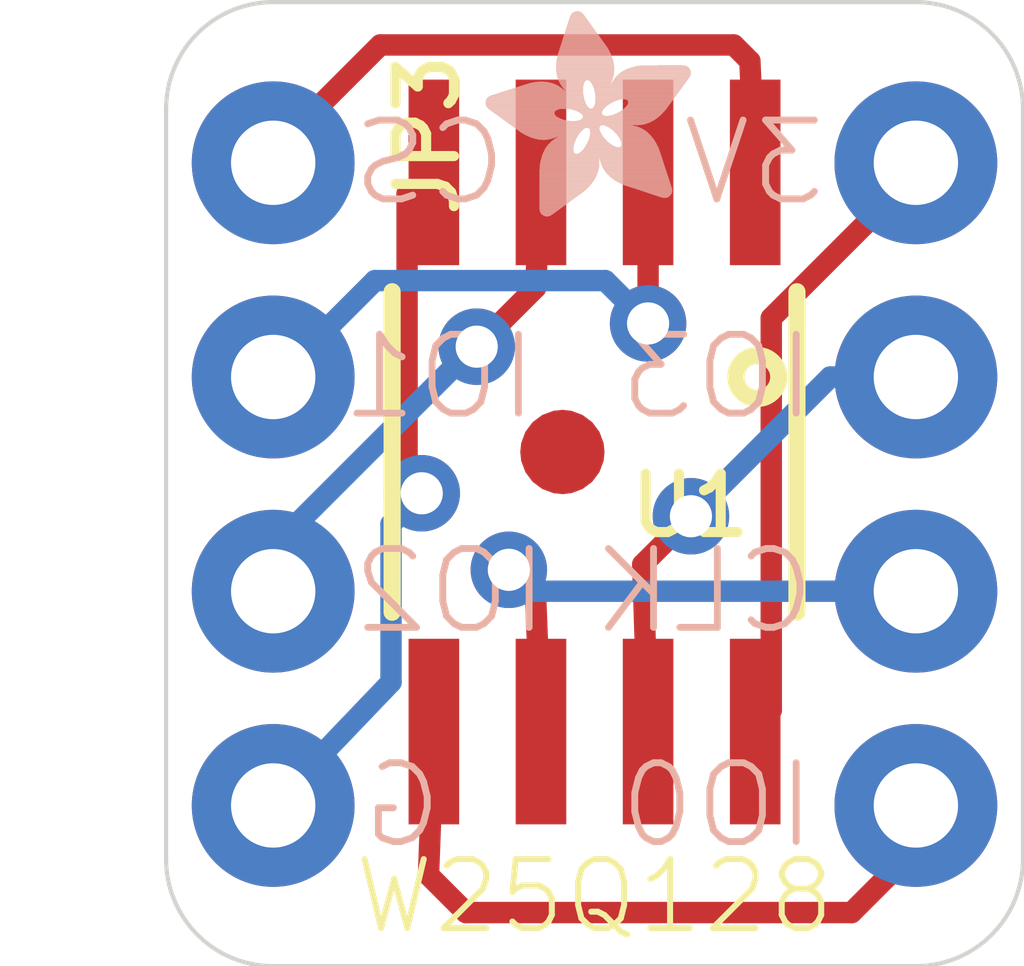
<source format=kicad_pcb>
(kicad_pcb (version 20221018) (generator pcbnew)
  (layers (0 "F.Cu" signal) (31 "B.Cu" signal) (34 "B.Paste" user) (35 "F.Paste" user) (36 "B.SilkS" user "B.Silkscreen") (37 "F.SilkS" user "F.Silkscreen") (38 "B.Mask" user) (39 "F.Mask" user) (44 "Edge.Cuts" user))
  (net 0 "")
  (net 1 "SS")
  (net 2 "MISO")
  (net 3 "IO2")
  (net 4 "GND")
  (net 5 "SCK")
  (net 6 "MOSI")
  (net 7 "IO3")
  (net 8 "3.3V")
  (footprint "working:1X04_ROUND_76" (layer "F.Cu") (at 144.6911 105.0036 -90)
    (fp_text reference "JP3" (at -5.1562 -1.8288 90) (layer "F.SilkS") (effects (font (size 0.692831 0.692831) (thickness 0.119969)) (justify right)))
    (fp_text value "")
    (pad "1" thru_hole circle (at -3.81 0) (size 1.9304 1.9304) (drill 1) (layers "*.Cu" "*.Mask") (net 1 "SS"))
    (pad "2" thru_hole circle (at -1.27 0) (size 1.9304 1.9304) (drill 1) (layers "*.Cu" "*.Mask") (net 2 "MISO"))
    (pad "3" thru_hole circle (at 1.27 0) (size 1.9304 1.9304) (drill 1) (layers "*.Cu" "*.Mask") (net 3 "IO2"))
    (pad "4" thru_hole circle (at 3.81 0) (size 1.9304 1.9304) (drill 1) (layers "*.Cu" "*.Mask") (net 4 "GND"))
  )
  (footprint "working:FIDUCIAL_1MM" (layer "F.Cu") (at 148.1201 104.6226)
    (fp_text reference "FID1" hide)
    (fp_text value "FIDUCIAL_1MM" hide)
    (pad "1" smd roundrect (at 0 0) (size 1 1) (layers "F.Cu" "F.Mask") (roundrect_rratio 0.5))
  )
  (footprint "working:SOIC8_208MIL" (layer "F.Cu") (at 148.5011 104.6226 180)
    (fp_text reference "U1" (at -1.905 -0.635) (layer "F.SilkS") (effects (font (size 0.692831 0.692831) (thickness 0.119969)) (justify right)))
    (fp_text value "GENERIC QSPI")
    (pad "1" smd rect (at -1.905 3.315 180) (size 0.6 2.2) (layers "F.Cu" "F.Paste" "F.Mask") (net 1 "SS"))
    (pad "2" smd rect (at -0.635 3.315 180) (size 0.6 2.2) (layers "F.Cu" "F.Paste" "F.Mask") (net 2 "MISO"))
    (pad "3" smd rect (at 0.635 3.315 180) (size 0.6 2.2) (layers "F.Cu" "F.Paste" "F.Mask") (net 3 "IO2"))
    (pad "4" smd rect (at 1.905 3.315 180) (size 0.6 2.2) (layers "F.Cu" "F.Paste" "F.Mask") (net 4 "GND"))
    (pad "5" smd rect (at 1.905 -3.315 180) (size 0.6 2.2) (layers "F.Cu" "F.Paste" "F.Mask") (net 6 "MOSI"))
    (pad "6" smd rect (at 0.635 -3.315 180) (size 0.6 2.2) (layers "F.Cu" "F.Paste" "F.Mask") (net 5 "SCK"))
    (pad "7" smd rect (at -0.635 -3.315 180) (size 0.6 2.2) (layers "F.Cu" "F.Paste" "F.Mask") (net 7 "IO3"))
    (pad "8" smd rect (at -1.905 -3.315 180) (size 0.6 2.2) (layers "F.Cu" "F.Paste" "F.Mask") (net 8 "3.3V"))
  )
  (footprint "working:1X04_ROUND_76" (layer "F.Cu") (at 152.3111 105.0036 -90)
    (fp_text reference "JP2" hide)
    (fp_text value "" hide)
    (pad "1" thru_hole circle (at -3.81 0) (size 1.9304 1.9304) (drill 1) (layers "*.Cu" "*.Mask") (net 8 "3.3V"))
    (pad "2" thru_hole circle (at -1.27 0) (size 1.9304 1.9304) (drill 1) (layers "*.Cu" "*.Mask") (net 7 "IO3"))
    (pad "3" thru_hole circle (at 1.27 0) (size 1.9304 1.9304) (drill 1) (layers "*.Cu" "*.Mask") (net 5 "SCK"))
    (pad "4" thru_hole circle (at 3.81 0) (size 1.9304 1.9304) (drill 1) (layers "*.Cu" "*.Mask") (net 6 "MOSI"))
  )
  (footprint "working:ADAFRUIT_2.5MM" (layer "B.Cu") (at 149.6441 101.8286 180)
    (fp_text reference "U$4" hide)
    (fp_text value "" hide)
  )
  (gr_line (start 144.6911 99.2886) (end 152.3111 99.2886) (stroke (width 0.05)) (layer "Edge.Cuts"))
  (gr_line (start 143.4211 109.4486) (end 143.4211 100.5586) (stroke (width 0.05)) (layer "Edge.Cuts"))
  (gr_line (start 152.3111 110.7186) (end 144.6911 110.7186) (stroke (width 0.05)) (layer "Edge.Cuts"))
  (gr_arc (start 152.3111 99.2886) (mid 153.209126 99.660574) (end 153.5811 100.5586) (stroke (width 0.05)) (layer "Edge.Cuts"))
  (gr_arc (start 153.5811 109.4486) (mid 153.209126 110.346626) (end 152.3111 110.7186) (stroke (width 0.05)) (layer "Edge.Cuts"))
  (gr_line (start 153.5811 100.5586) (end 153.5811 109.4486) (stroke (width 0.05)) (layer "Edge.Cuts"))
  (gr_arc (start 144.6911 110.7186) (mid 143.793074 110.346626) (end 143.4211 109.4486) (stroke (width 0.05)) (layer "Edge.Cuts"))
  (gr_arc (start 143.4211 100.5586) (mid 143.793074 99.660574) (end 144.6911 99.2886) (stroke (width 0.05)) (layer "Edge.Cuts"))
  (gr_text "IO2" (at 145.5801 106.2736) (layer "B.SilkS") (effects (font (size 0.93472 0.93472) (thickness 0.08128)) (justify right mirror)))
  (gr_text "CS" (at 145.5801 101.1936) (layer "B.SilkS") (effects (font (size 0.93472 0.93472) (thickness 0.08128)) (justify right mirror)))
  (gr_text "IO3" (at 151.1681 103.7336) (layer "B.SilkS") (effects (font (size 0.93472 0.93472) (thickness 0.08128)) (justify left mirror)))
  (gr_text "IO1" (at 145.4531 103.7336) (layer "B.SilkS") (effects (font (size 0.93472 0.93472) (thickness 0.08128)) (justify right mirror)))
  (gr_text "IO0" (at 151.1681 108.8136) (layer "B.SilkS") (effects (font (size 0.93472 0.93472) (thickness 0.08128)) (justify left mirror)))
  (gr_text "3V" (at 151.2951 101.1936) (layer "B.SilkS") (effects (font (size 0.93472 0.93472) (thickness 0.08128)) (justify left mirror)))
  (gr_text "G" (at 145.7071 108.8136) (layer "B.SilkS") (effects (font (size 0.93472 0.93472) (thickness 0.08128)) (justify right mirror)))
  (gr_text "CLK" (at 151.1681 106.2736) (layer "B.SilkS") (effects (font (size 0.93472 0.93472) (thickness 0.08128)) (justify left mirror)))
  (gr_text "W25Q128" (at 148.5011 109.8931) (layer "F.SilkS") (effects (font (size 0.81788 0.81788) (thickness 0.07112))))
  (segment (start 150.3426 99.9871) (end 150.1521 99.7966) (width 0.254) (layer "F.Cu") (net 1))
  (segment (start 150.1521 99.7966) (end 145.9611 99.7966) (width 0.254) (layer "F.Cu") (net 1))
  (segment (start 144.6276 101.1301) (end 144.6911 101.1936) (width 0.254) (layer "F.Cu") (net 1))
  (segment (start 150.4061 101.3076) (end 150.3426 99.9871) (width 0.254) (layer "F.Cu") (net 1))
  (segment (start 145.9611 99.7966) (end 144.6276 101.1301) (width 0.254) (layer "F.Cu") (net 1))
  (segment (start 149.1361 101.3711) (end 149.1361 103.0986) (width 0.254) (layer "F.Cu") (net 2))
  (segment (start 149.1361 101.3076) (end 149.1361 101.3711) (width 0.254) (layer "F.Cu") (net 2))
  (via (at 149.1361 103.0986) (size 0.9064) (drill 0.5) (layers "F.Cu" "B.Cu") (net 2))
  (segment (start 144.6911 103.7336) (end 144.7546 103.7336) (width 0.254) (layer "B.Cu") (net 2))
  (segment (start 145.8976 102.5906) (end 144.7546 103.7336) (width 0.254) (layer "B.Cu") (net 2))
  (segment (start 149.1361 103.0986) (end 148.6281 102.5906) (width 0.254) (layer "B.Cu") (net 2))
  (segment (start 148.6281 102.5906) (end 145.8976 102.5906) (width 0.254) (layer "B.Cu") (net 2))
  (segment (start 147.8026 102.6755) (end 147.1041 103.374) (width 0.254) (layer "F.Cu") (net 3))
  (segment (start 147.8661 101.3076) (end 147.8026 102.6755) (width 0.254) (layer "F.Cu") (net 3))
  (via (at 147.1041 103.374) (size 0.9064) (drill 0.5) (layers "F.Cu" "B.Cu") (net 3))
  (segment (start 144.6276 105.819575) (end 144.6911 106.2736) (width 0.254) (layer "B.Cu") (net 3))
  (segment (start 147.1041 103.374) (end 147.073175 103.374) (width 0.254) (layer "B.Cu") (net 3))
  (segment (start 147.073175 103.374) (end 144.6276 105.819575) (width 0.254) (layer "B.Cu") (net 3))
  (segment (start 146.4524 105.1122) (end 146.2786 104.9384) (width 0.254) (layer "F.Cu") (net 4))
  (segment (start 146.2786 101.5616) (end 146.2786 104.9384) (width 0.254) (layer "F.Cu") (net 4))
  (segment (start 146.5961 101.3076) (end 146.2786 101.5616) (width 0.254) (layer "F.Cu") (net 4))
  (via (at 146.4524 105.1122) (size 0.9064) (drill 0.5) (layers "F.Cu" "B.Cu") (net 4))
  (segment (start 146.0881 107.3531) (end 144.6911 108.8136) (width 0.254) (layer "B.Cu") (net 4))
  (segment (start 146.4524 105.1122) (end 146.0881 105.4765) (width 0.254) (layer "B.Cu") (net 4))
  (segment (start 146.0881 105.4765) (end 146.0881 107.3531) (width 0.254) (layer "B.Cu") (net 4))
  (segment (start 147.8026 106.3371) (end 147.4851 106.0196) (width 0.254) (layer "F.Cu") (net 5))
  (segment (start 147.8661 107.9376) (end 147.8026 106.3371) (width 0.254) (layer "F.Cu") (net 5))
  (via (at 147.4851 106.0196) (size 0.9064) (drill 0.5) (layers "F.Cu" "B.Cu") (net 5))
  (segment (start 147.4851 106.0196) (end 147.7391 106.2736) (width 0.254) (layer "B.Cu") (net 5))
  (segment (start 152.3111 106.2736) (end 147.7391 106.2736) (width 0.254) (layer "B.Cu") (net 5))
  (segment (start 151.5491 110.0836) (end 152.2476 109.3851) (width 0.254) (layer "F.Cu") (net 6))
  (segment (start 146.5961 107.9376) (end 146.5326 109.6391) (width 0.254) (layer "F.Cu") (net 6))
  (segment (start 152.2476 109.3851) (end 152.3111 108.8136) (width 0.254) (layer "F.Cu") (net 6))
  (segment (start 146.5326 109.6391) (end 146.9771 110.0836) (width 0.254) (layer "F.Cu") (net 6))
  (segment (start 146.9771 110.0836) (end 151.5491 110.0836) (width 0.254) (layer "F.Cu") (net 6))
  (segment (start 149.1361 107.9376) (end 149.0726 105.9561) (width 0.254) (layer "F.Cu") (net 7))
  (segment (start 149.6441 105.3846) (end 149.0726 105.9561) (width 0.254) (layer "F.Cu") (net 7))
  (via (at 149.6441 105.3846) (size 0.9064) (drill 0.5) (layers "F.Cu" "B.Cu") (net 7))
  (segment (start 151.2951 103.7336) (end 152.3111 103.7336) (width 0.254) (layer "B.Cu") (net 7))
  (segment (start 149.6441 105.3846) (end 151.2951 103.7336) (width 0.254) (layer "B.Cu") (net 7))
  (segment (start 152.3111 101.1936) (end 152.2476 101.3841) (width 0.254) (layer "F.Cu") (net 8))
  (segment (start 152.2476 101.3841) (end 150.5966 103.0351) (width 0.254) (layer "F.Cu") (net 8))
  (segment (start 150.4061 107.9376) (end 150.5966 107.6836) (width 0.254) (layer "F.Cu") (net 8))
  (segment (start 150.5966 103.0351) (end 150.5966 107.6836) (width 0.254) (layer "F.Cu") (net 8))
)
</source>
